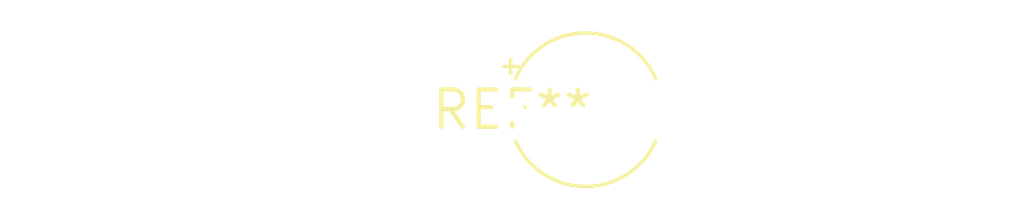
<source format=kicad_pcb>
(kicad_pcb (version 20240108) (generator pcbnew)
  (layers (0 "F.Cu" signal) (31 "B.Cu" signal) (34 "B.Paste" user) (35 "F.Paste" user) (36 "B.SilkS" user "B.Silkscreen") (37 "F.SilkS" user "F.Silkscreen") (38 "B.Mask" user) (39 "F.Mask" user) (44 "Edge.Cuts" user))
  (net 0 "")
  (footprint "CP_Radial_Tantal_D5.0mm_P5.00mm" (layer "F.Cu") (at 0 0)
    (property "Reference" "REF**")
    (property "Value" "CP_Radial_Tantal_D5.0mm_P5.00mm")
    (fp_line (start -0.304775 -1.475) (end 0.195225 -1.475) (layer "F.SilkS") (stroke (width 0.12)))
    (fp_line (start -0.054775 -1.725) (end -0.054775 -1.225) (layer "F.SilkS") (stroke (width 0.12)))
    (fp_arc (start 0.104003 -1.06) (mid 2.5 -2.62) (end 4.895997 -1.06) (layer "F.SilkS") (stroke (width 0.12)))
    (fp_arc (start 4.895997 1.06) (mid 2.5 2.62) (end 0.104003 1.06) (layer "F.SilkS") (stroke (width 0.12)))
    (pad "1" thru_hole rect (at 0 0) (size 1.6 1.6) (drill 0.8) (layers *.Cu *.Mask) (remove_unused_layers))
    (pad "2" thru_hole circle (at 5 0) (size 1.6 1.6) (drill 0.8) (layers *.Cu *.Mask) (remove_unused_layers))
  )
)
</source>
